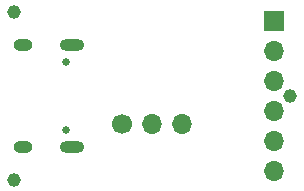
<source format=gbr>
%TF.GenerationSoftware,KiCad,Pcbnew,5.1.10*%
%TF.CreationDate,2021-06-29T15:39:21+12:00*%
%TF.ProjectId,USBCereal,55534243-6572-4656-916c-2e6b69636164,rev?*%
%TF.SameCoordinates,Original*%
%TF.FileFunction,Soldermask,Bot*%
%TF.FilePolarity,Negative*%
%FSLAX46Y46*%
G04 Gerber Fmt 4.6, Leading zero omitted, Abs format (unit mm)*
G04 Created by KiCad (PCBNEW 5.1.10) date 2021-06-29 15:39:21*
%MOMM*%
%LPD*%
G01*
G04 APERTURE LIST*
%ADD10C,1.152000*%
%ADD11O,2.100000X1.000000*%
%ADD12C,0.650000*%
%ADD13O,1.600000X1.000000*%
%ADD14O,1.700000X1.700000*%
%ADD15R,1.700000X1.700000*%
%ADD16C,1.700000*%
G04 APERTURE END LIST*
D10*
%TO.C,REF\u002A\u002A*%
X45339000Y-27051000D03*
%TD*%
%TO.C,REF\u002A\u002A*%
X21971000Y-34163000D03*
%TD*%
%TO.C,REF\u002A\u002A*%
X21971000Y-19939000D03*
%TD*%
D11*
%TO.C,J1*%
X26879000Y-31371000D03*
X26879000Y-22731000D03*
D12*
X26349000Y-24161000D03*
D13*
X22699000Y-22731000D03*
D12*
X26349000Y-29941000D03*
D13*
X22699000Y-31371000D03*
%TD*%
D14*
%TO.C,J2*%
X43942000Y-33401000D03*
X43942000Y-30861000D03*
X43942000Y-28321000D03*
X43942000Y-25781000D03*
X43942000Y-23241000D03*
D15*
X43942000Y-20701000D03*
%TD*%
D14*
%TO.C,JP1*%
X36195000Y-29464000D03*
X33655000Y-29464000D03*
D16*
X31115000Y-29464000D03*
%TD*%
M02*

</source>
